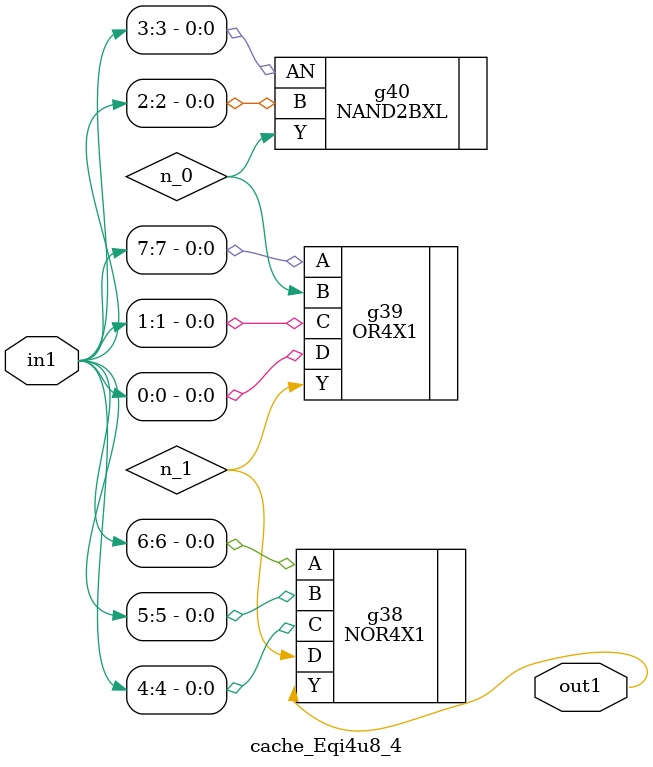
<source format=v>
`timescale 1ps / 1ps


module cache_Eqi4u8_4(in1, out1);
  input [7:0] in1;
  output out1;
  wire [7:0] in1;
  wire out1;
  wire n_0, n_1;
  NOR4X1 g38(.A (in1[6]), .B (in1[5]), .C (in1[4]), .D (n_1), .Y
       (out1));
  OR4X1 g39(.A (in1[7]), .B (n_0), .C (in1[1]), .D (in1[0]), .Y (n_1));
  NAND2BXL g40(.AN (in1[3]), .B (in1[2]), .Y (n_0));
endmodule


</source>
